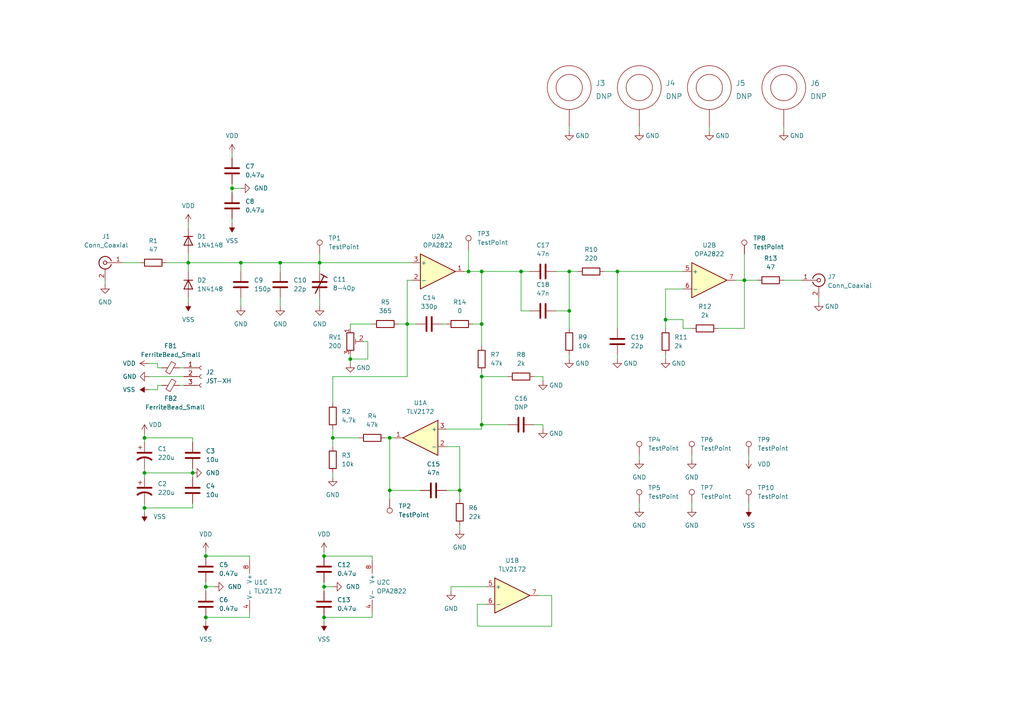
<source format=kicad_sch>
(kicad_sch (version 20211123) (generator eeschema)
  (paper "A4")
  (lib_symbols
    (symbol "Amplifier_Operational:OPA1602" (pin_names (offset 0.127))
      (property "Reference" "U" (at 0 5.08 0))
      (property "Value" "OPA1602" (at 0 -5.08 0))
      (symbol "OPA1602_1_1"
        (polyline (pts (xy -5.08 5.08) (xy 5.08 0) (xy -5.08 -5.08) (xy -5.08 5.08)) (stroke (width 0.254)) (fill (type background)))
        (pin output line (at 7.62 0 180) (length 2.54) (name "~") (number "1"))
        (pin input line (at -7.62 -2.54 0) (length 2.54) (name "-") (number "2"))
        (pin input line (at -7.62 2.54 0) (length 2.54) (name "+") (number "3"))
      )
      (symbol "OPA1602_2_1"
        (polyline (pts (xy -5.08 5.08) (xy 5.08 0) (xy -5.08 -5.08) (xy -5.08 5.08)) (stroke (width 0.254)) (fill (type background)))
        (pin input line (at -7.62 2.54 0) (length 2.54) (name "+") (number "5"))
        (pin input line (at -7.62 -2.54 0) (length 2.54) (name "-") (number "6"))
        (pin output line (at 7.62 0 180) (length 2.54) (name "~") (number "7"))
      )
      (symbol "OPA1602_3_1"
        (pin power_in line (at -2.54 -7.62 90) (length 3.81) (name "V-") (number "4"))
        (pin power_in line (at -2.54 7.62 270) (length 3.81) (name "V+") (number "8"))
      )
    )
    (symbol "Connector:Conn_01x03_Female" (pin_names (offset 1.016) hide)
      (property "Reference" "J" (at 0 5.08 0))
      (property "Value" "Conn_01x03_Female" (at 0 -5.08 0))
      (symbol "Conn_01x03_Female_1_1"
        (arc (start 0 -2.032) (mid -0.508 -2.54) (end 0 -3.048) (stroke (width 0.1524)))
        (polyline (pts (xy -1.27 -2.54) (xy -0.508 -2.54)) (stroke (width 0.1524)))
        (polyline (pts (xy -1.27 0) (xy -0.508 0)) (stroke (width 0.1524)))
        (polyline (pts (xy -1.27 2.54) (xy -0.508 2.54)) (stroke (width 0.1524)))
        (arc (start 0 0.508) (mid -0.508 0) (end 0 -0.508) (stroke (width 0.1524)))
        (arc (start 0 3.048) (mid -0.508 2.54) (end 0 2.032) (stroke (width 0.1524)))
        (pin passive line (at -5.08 2.54 0) (length 3.81) (name "Pin_1") (number "1"))
        (pin passive line (at -5.08 0 0) (length 3.81) (name "Pin_2") (number "2"))
        (pin passive line (at -5.08 -2.54 0) (length 3.81) (name "Pin_3") (number "3"))
      )
    )
    (symbol "Connector:Conn_Coaxial" (pin_names (offset 1.016) hide)
      (property "Reference" "J" (at 0.254 3.048 0))
      (property "Value" "Conn_Coaxial" (at 2.921 0 90))
      (symbol "Conn_Coaxial_0_1"
        (arc (start -1.778 -0.508) (mid 0.2311 -1.8066) (end 1.778 0) (stroke (width 0.254)))
        (polyline (pts (xy -2.54 0) (xy -0.508 0)))
        (polyline (pts (xy 0 -2.54) (xy 0 -1.778)))
        (circle (center 0 0) (radius 0.508) (stroke (width 0.2032)))
        (arc (start 1.778 0) (mid 0.2099 1.8101) (end -1.778 0.508) (stroke (width 0.254)))
      )
      (symbol "Conn_Coaxial_1_1"
        (pin passive line (at -5.08 0 0) (length 2.54) (name "In") (number "1"))
        (pin passive line (at 0 -5.08 90) (length 2.54) (name "Ext") (number "2"))
      )
    )
    (symbol "Connector:TestPoint" (pin_numbers hide) (pin_names (offset 0.762) hide)
      (property "Reference" "TP" (at 0 6.858 0))
      (property "Value" "TestPoint" (at 0 5.08 0))
      (symbol "TestPoint_0_1"
        (circle (center 0 3.302) (radius 0.762))
      )
      (symbol "TestPoint_1_1"
        (pin passive line (at 0 0 90) (length 2.54) (name "1") (number "1"))
      )
    )
    (symbol "Device:C" (pin_numbers hide) (pin_names (offset 0.254))
      (property "Reference" "C" (at 0.635 2.54 0))
      (property "Value" "C" (at 0.635 -2.54 0))
      (symbol "C_0_1"
        (polyline (pts (xy -2.032 -0.762) (xy 2.032 -0.762)) (stroke (width 0.508)))
        (polyline (pts (xy -2.032 0.762) (xy 2.032 0.762)) (stroke (width 0.508)))
      )
      (symbol "C_1_1"
        (pin passive line (at 0 3.81 270) (length 2.794) (name "~") (number "1"))
        (pin passive line (at 0 -3.81 90) (length 2.794) (name "~") (number "2"))
      )
    )
    (symbol "Device:C_Polarized_US" (pin_numbers hide) (pin_names (offset 0.254) hide)
      (property "Reference" "C" (at 0.635 2.54 0))
      (property "Value" "C_Polarized_US" (at 0.635 -2.54 0))
      (symbol "C_Polarized_US_0_1"
        (polyline (pts (xy -2.032 0.762) (xy 2.032 0.762)) (stroke (width 0.508)))
        (polyline (pts (xy -1.778 2.286) (xy -0.762 2.286)))
        (polyline (pts (xy -1.27 1.778) (xy -1.27 2.794)))
        (arc (start 2.032 -1.27) (mid 0 -0.5572) (end -2.032 -1.27) (stroke (width 0.508)))
      )
      (symbol "C_Polarized_US_1_1"
        (pin passive line (at 0 3.81 270) (length 2.794) (name "~") (number "1"))
        (pin passive line (at 0 -3.81 90) (length 3.302) (name "~") (number "2"))
      )
    )
    (symbol "Device:C_Trim" (pin_numbers hide) (pin_names (offset 0.254) hide)
      (property "Reference" "C" (at 1.524 -2.032 0))
      (property "Value" "C_Trim" (at 3.048 -3.556 0))
      (symbol "C_Trim_0_1"
        (polyline (pts (xy -2.032 -0.762) (xy 2.032 -0.762)) (stroke (width 0.508)))
        (polyline (pts (xy -2.032 0.762) (xy 2.032 0.762)) (stroke (width 0.508)))
        (polyline (pts (xy 1.27 2.54) (xy -1.27 -2.54)) (stroke (width 0.3048)))
        (polyline (pts (xy 1.27 2.54) (xy 0.381 3.048)) (stroke (width 0.3048)))
        (polyline (pts (xy 1.27 2.54) (xy 2.159 2.032)) (stroke (width 0.3048)))
      )
      (symbol "C_Trim_1_1"
        (pin passive line (at 0 3.81 270) (length 3.048) (name "~") (number "1"))
        (pin passive line (at 0 -3.81 90) (length 3.048) (name "~") (number "2"))
      )
    )
    (symbol "Device:D" (pin_numbers hide) (pin_names (offset 1.016) hide)
      (property "Reference" "D" (at 0 2.54 0))
      (property "Value" "D" (at 0 -2.54 0))
      (symbol "D_0_1"
        (polyline (pts (xy -1.27 1.27) (xy -1.27 -1.27)) (stroke (width 0.254)))
        (polyline (pts (xy 1.27 0) (xy -1.27 0)))
        (polyline (pts (xy 1.27 1.27) (xy 1.27 -1.27) (xy -1.27 0) (xy 1.27 1.27)) (stroke (width 0.254)))
      )
      (symbol "D_1_1"
        (pin passive line (at -3.81 0 0) (length 2.54) (name "K") (number "1"))
        (pin passive line (at 3.81 0 180) (length 2.54) (name "A") (number "2"))
      )
    )
    (symbol "Device:FerriteBead_Small" (pin_numbers hide) (pin_names (offset 0))
      (property "Reference" "FB" (at 1.905 1.27 0))
      (property "Value" "FerriteBead_Small" (at 1.905 -1.27 0))
      (symbol "FerriteBead_Small_0_1"
        (polyline (pts (xy 0 -1.27) (xy 0 -0.7874)))
        (polyline (pts (xy 0 0.889) (xy 0 1.2954)))
        (polyline (pts (xy -1.8288 0.2794) (xy -1.1176 1.4986) (xy 1.8288 -0.2032) (xy 1.1176 -1.4224) (xy -1.8288 0.2794)))
      )
      (symbol "FerriteBead_Small_1_1"
        (pin passive line (at 0 2.54 270) (length 1.27) (name "~") (number "1"))
        (pin passive line (at 0 -2.54 90) (length 1.27) (name "~") (number "2"))
      )
    )
    (symbol "Device:R" (pin_numbers hide) (pin_names (offset 0))
      (property "Reference" "R" (at 2.032 0 90))
      (property "Value" "R" (at 0 0 90))
      (symbol "R_0_1"
        (rectangle (start -1.016 -2.54) (end 1.016 2.54) (stroke (width 0.254)))
      )
      (symbol "R_1_1"
        (pin passive line (at 0 3.81 270) (length 1.27) (name "~") (number "1"))
        (pin passive line (at 0 -3.81 90) (length 1.27) (name "~") (number "2"))
      )
    )
    (symbol "Device:R_Potentiometer_Trim" (pin_names (offset 1.016) hide)
      (property "Reference" "RV" (at -4.445 0 90))
      (property "Value" "R_Potentiometer_Trim" (at -2.54 0 90))
      (symbol "R_Potentiometer_Trim_0_1"
        (polyline (pts (xy 1.524 0.762) (xy 1.524 -0.762)))
        (polyline (pts (xy 2.54 0) (xy 1.524 0)))
        (rectangle (start 1.016 2.54) (end -1.016 -2.54) (stroke (width 0.254)))
      )
      (symbol "R_Potentiometer_Trim_1_1"
        (pin passive line (at 0 3.81 270) (length 1.27) (name "1") (number "1"))
        (pin passive line (at 3.81 0 180) (length 1.27) (name "2") (number "2"))
        (pin passive line (at 0 -3.81 90) (length 1.27) (name "3") (number "3"))
      )
    )
    (symbol "power:GND" (power) (pin_names (offset 0))
      (property "Value" "GND" (at 0 -3.81 0))
      (symbol "GND_0_1"
        (polyline (pts (xy 0 0) (xy 0 -1.27) (xy 1.27 -1.27) (xy 0 -2.54) (xy -1.27 -1.27) (xy 0 -1.27)))
      )
      (symbol "GND_1_1"
        (pin power_in line (at 0 0 270) (length 0) hide (name "GND") (number "1"))
      )
    )
    (symbol "power:VDD" (power) (pin_names (offset 0))
      (property "Value" "VDD" (at 0 3.81 0))
      (symbol "VDD_0_1"
        (polyline (pts (xy -0.762 1.27) (xy 0 2.54)))
        (polyline (pts (xy 0 0) (xy 0 2.54)))
        (polyline (pts (xy 0 2.54) (xy 0.762 1.27)))
      )
      (symbol "VDD_1_1"
        (pin power_in line (at 0 0 90) (length 0) hide (name "VDD") (number "1"))
      )
    )
    (symbol "power:VSS" (power) (pin_names (offset 0))
      (property "Value" "VSS" (at 0 3.81 0))
      (symbol "VSS_0_1"
        (polyline (pts (xy 0 0) (xy 0 2.54)))
        (polyline (pts (xy 0.762 1.27) (xy -0.762 1.27) (xy 0 2.54) (xy 0.762 1.27)) (fill (type outline)))
      )
      (symbol "VSS_1_1"
        (pin power_in line (at 0 0 90) (length 0) hide (name "VSS") (number "1"))
      )
    )
    (symbol "wbraun_ic_lib:mounting-hole-grounded" (pin_names (offset 1.016))
      (property "Reference" "J" (at 8.89 0 0))
      (property "Value" "mounting-hole-grounded" (at 2.54 8.89 0))
      (symbol "mounting-hole-grounded_0_1"
        (circle (center 0 0) (radius 3.81))
        (circle (center 0 0) (radius 6.35))
      )
      (symbol "mounting-hole-grounded_1_1"
        (pin passive line (at 0 -11.43 90) (length 5.08) (name "~") (number "1"))
      )
    )
  )
  (junction (at 139.7 93.98))
  (junction (at 81.28 76.2))
  (junction (at 92.71 76.2))
  (junction (at 151.13 78.74))
  (junction (at 59.69 170.18))
  (junction (at 101.6 104.14))
  (junction (at 59.69 179.07))
  (junction (at 93.98 179.07))
  (junction (at 133.35 142.24))
  (junction (at 139.7 109.22))
  (junction (at 165.1 78.74))
  (junction (at 113.03 142.24))
  (junction (at 193.04 92.71))
  (junction (at 93.98 170.18))
  (junction (at 179.07 78.74))
  (junction (at 41.91 127))
  (junction (at 135.89 78.74))
  (junction (at 96.52 127))
  (junction (at 67.31 54.61))
  (junction (at 113.03 127))
  (junction (at 93.98 161.29))
  (junction (at 55.88 137.16))
  (junction (at 54.61 76.2))
  (junction (at 165.1 90.17))
  (junction (at 69.85 76.2))
  (junction (at 139.7 78.74))
  (junction (at 41.91 147.32))
  (junction (at 59.69 161.29))
  (junction (at 41.91 137.16))
  (junction (at 139.7 123.19))
  (junction (at 118.11 93.98))
  (junction (at 215.9 81.28))
  (wire (pts (xy 107.95 161.29) (xy 107.95 162.56)))
  (wire (pts (xy 96.52 137.16) (xy 96.52 138.43)))
  (wire (pts (xy 52.07 111.76) (xy 53.34 111.76)))
  (wire (pts (xy 139.7 109.22) (xy 139.7 123.19)))
  (wire (pts (xy 54.61 76.2) (xy 69.85 76.2)))
  (wire (pts (xy 96.52 127) (xy 104.14 127)))
  (wire (pts (xy 154.94 109.22) (xy 157.48 109.22)))
  (wire (pts (xy 165.1 90.17) (xy 165.1 95.25)))
  (wire (pts (xy 55.88 147.32) (xy 55.88 146.05)))
  (wire (pts (xy 72.39 161.29) (xy 72.39 162.56)))
  (wire (pts (xy 111.76 127) (xy 113.03 127)))
  (wire (pts (xy 215.9 73.66) (xy 215.9 81.28)))
  (wire (pts (xy 193.04 92.71) (xy 198.12 92.71)))
  (wire (pts (xy 54.61 76.2) (xy 54.61 78.74)))
  (wire (pts (xy 93.98 160.02) (xy 93.98 161.29)))
  (wire (pts (xy 96.52 109.22) (xy 118.11 109.22)))
  (wire (pts (xy 96.52 127) (xy 96.52 129.54)))
  (wire (pts (xy 93.98 170.18) (xy 96.52 170.18)))
  (wire (pts (xy 55.88 127) (xy 55.88 128.27)))
  (wire (pts (xy 35.56 76.2) (xy 40.64 76.2)))
  (wire (pts (xy 92.71 76.2) (xy 92.71 78.74)))
  (wire (pts (xy 41.91 127) (xy 55.88 127)))
  (wire (pts (xy 179.07 102.87) (xy 179.07 104.14)))
  (wire (pts (xy 81.28 76.2) (xy 81.28 78.74)))
  (wire (pts (xy 67.31 53.34) (xy 67.31 54.61)))
  (wire (pts (xy 69.85 76.2) (xy 81.28 76.2)))
  (wire (pts (xy 101.6 95.25) (xy 101.6 93.98)))
  (wire (pts (xy 200.66 146.05) (xy 200.66 147.32)))
  (wire (pts (xy 138.43 175.26) (xy 140.97 175.26)))
  (wire (pts (xy 55.88 137.16) (xy 55.88 138.43)))
  (wire (pts (xy 185.42 132.08) (xy 185.42 133.35)))
  (wire (pts (xy 185.42 36.83) (xy 185.42 38.1)))
  (wire (pts (xy 139.7 93.98) (xy 139.7 100.33)))
  (wire (pts (xy 119.38 81.28) (xy 118.11 81.28)))
  (wire (pts (xy 133.35 129.54) (xy 133.35 142.24)))
  (wire (pts (xy 41.91 147.32) (xy 41.91 148.59)))
  (wire (pts (xy 93.98 179.07) (xy 93.98 180.34)))
  (wire (pts (xy 198.12 92.71) (xy 198.12 95.25)))
  (wire (pts (xy 139.7 109.22) (xy 147.32 109.22)))
  (wire (pts (xy 165.1 36.83) (xy 165.1 38.1)))
  (wire (pts (xy 41.91 137.16) (xy 55.88 137.16)))
  (wire (pts (xy 179.07 78.74) (xy 179.07 95.25)))
  (wire (pts (xy 43.18 109.22) (xy 53.34 109.22)))
  (wire (pts (xy 59.69 168.91) (xy 59.69 170.18)))
  (wire (pts (xy 160.02 172.72) (xy 160.02 181.61)))
  (wire (pts (xy 106.68 99.06) (xy 106.68 104.14)))
  (wire (pts (xy 185.42 146.05) (xy 185.42 147.32)))
  (wire (pts (xy 67.31 54.61) (xy 69.85 54.61)))
  (wire (pts (xy 128.27 93.98) (xy 129.54 93.98)))
  (wire (pts (xy 45.72 106.68) (xy 46.99 106.68)))
  (wire (pts (xy 139.7 123.19) (xy 139.7 124.46)))
  (wire (pts (xy 129.54 129.54) (xy 133.35 129.54)))
  (wire (pts (xy 41.91 125.73) (xy 41.91 127)))
  (wire (pts (xy 41.91 147.32) (xy 55.88 147.32)))
  (wire (pts (xy 92.71 86.36) (xy 92.71 88.9)))
  (wire (pts (xy 54.61 64.77) (xy 54.61 66.04)))
  (wire (pts (xy 193.04 92.71) (xy 193.04 95.25)))
  (wire (pts (xy 198.12 95.25) (xy 200.66 95.25)))
  (wire (pts (xy 59.69 170.18) (xy 62.23 170.18)))
  (wire (pts (xy 151.13 78.74) (xy 151.13 90.17)))
  (wire (pts (xy 43.18 113.03) (xy 45.72 113.03)))
  (wire (pts (xy 45.72 111.76) (xy 46.99 111.76)))
  (wire (pts (xy 59.69 179.07) (xy 72.39 179.07)))
  (wire (pts (xy 30.48 81.28) (xy 30.48 82.55)))
  (wire (pts (xy 54.61 86.36) (xy 54.61 87.63)))
  (wire (pts (xy 113.03 142.24) (xy 113.03 144.78)))
  (wire (pts (xy 67.31 44.45) (xy 67.31 45.72)))
  (wire (pts (xy 156.21 172.72) (xy 160.02 172.72)))
  (wire (pts (xy 59.69 160.02) (xy 59.69 161.29)))
  (wire (pts (xy 179.07 78.74) (xy 198.12 78.74)))
  (wire (pts (xy 101.6 104.14) (xy 106.68 104.14)))
  (wire (pts (xy 227.33 81.28) (xy 232.41 81.28)))
  (wire (pts (xy 130.81 170.18) (xy 140.97 170.18)))
  (wire (pts (xy 237.49 86.36) (xy 237.49 87.63)))
  (wire (pts (xy 227.33 36.83) (xy 227.33 38.1)))
  (wire (pts (xy 200.66 132.08) (xy 200.66 133.35)))
  (wire (pts (xy 93.98 170.18) (xy 93.98 171.45)))
  (wire (pts (xy 96.52 124.46) (xy 96.52 127)))
  (wire (pts (xy 55.88 137.16) (xy 55.88 135.89)))
  (wire (pts (xy 165.1 102.87) (xy 165.1 104.14)))
  (wire (pts (xy 193.04 83.82) (xy 193.04 92.71)))
  (wire (pts (xy 101.6 93.98) (xy 107.95 93.98)))
  (wire (pts (xy 54.61 73.66) (xy 54.61 76.2)))
  (wire (pts (xy 215.9 95.25) (xy 215.9 81.28)))
  (wire (pts (xy 130.81 171.45) (xy 130.81 170.18)))
  (wire (pts (xy 113.03 127) (xy 113.03 142.24)))
  (wire (pts (xy 133.35 142.24) (xy 133.35 144.78)))
  (wire (pts (xy 59.69 161.29) (xy 72.39 161.29)))
  (wire (pts (xy 118.11 81.28) (xy 118.11 93.98)))
  (wire (pts (xy 67.31 63.5) (xy 67.31 64.77)))
  (wire (pts (xy 93.98 168.91) (xy 93.98 170.18)))
  (wire (pts (xy 133.35 152.4) (xy 133.35 153.67)))
  (wire (pts (xy 67.31 54.61) (xy 67.31 55.88)))
  (wire (pts (xy 93.98 179.07) (xy 107.95 179.07)))
  (wire (pts (xy 139.7 107.95) (xy 139.7 109.22)))
  (wire (pts (xy 105.41 99.06) (xy 106.68 99.06)))
  (wire (pts (xy 217.17 132.08) (xy 217.17 133.35)))
  (wire (pts (xy 107.95 179.07) (xy 107.95 177.8)))
  (wire (pts (xy 165.1 90.17) (xy 165.1 78.74)))
  (wire (pts (xy 198.12 83.82) (xy 193.04 83.82)))
  (wire (pts (xy 215.9 81.28) (xy 219.71 81.28)))
  (wire (pts (xy 45.72 113.03) (xy 45.72 111.76)))
  (wire (pts (xy 81.28 86.36) (xy 81.28 88.9)))
  (wire (pts (xy 59.69 179.07) (xy 59.69 180.34)))
  (wire (pts (xy 135.89 78.74) (xy 134.62 78.74)))
  (wire (pts (xy 151.13 90.17) (xy 153.67 90.17)))
  (wire (pts (xy 59.69 170.18) (xy 59.69 171.45)))
  (wire (pts (xy 92.71 73.66) (xy 92.71 76.2)))
  (wire (pts (xy 113.03 127) (xy 114.3 127)))
  (wire (pts (xy 45.72 105.41) (xy 45.72 106.68)))
  (wire (pts (xy 41.91 135.89) (xy 41.91 137.16)))
  (wire (pts (xy 165.1 78.74) (xy 167.64 78.74)))
  (wire (pts (xy 139.7 123.19) (xy 147.32 123.19)))
  (wire (pts (xy 101.6 102.87) (xy 101.6 104.14)))
  (wire (pts (xy 43.18 105.41) (xy 45.72 105.41)))
  (wire (pts (xy 69.85 76.2) (xy 69.85 78.74)))
  (wire (pts (xy 41.91 127) (xy 41.91 128.27)))
  (wire (pts (xy 161.29 90.17) (xy 165.1 90.17)))
  (wire (pts (xy 139.7 78.74) (xy 151.13 78.74)))
  (wire (pts (xy 52.07 106.68) (xy 53.34 106.68)))
  (wire (pts (xy 41.91 146.05) (xy 41.91 147.32)))
  (wire (pts (xy 205.74 36.83) (xy 205.74 38.1)))
  (wire (pts (xy 157.48 123.19) (xy 157.48 124.46)))
  (wire (pts (xy 175.26 78.74) (xy 179.07 78.74)))
  (wire (pts (xy 101.6 104.14) (xy 101.6 105.41)))
  (wire (pts (xy 129.54 142.24) (xy 133.35 142.24)))
  (wire (pts (xy 92.71 76.2) (xy 119.38 76.2)))
  (wire (pts (xy 208.28 95.25) (xy 215.9 95.25)))
  (wire (pts (xy 81.28 76.2) (xy 92.71 76.2)))
  (wire (pts (xy 193.04 102.87) (xy 193.04 104.14)))
  (wire (pts (xy 151.13 78.74) (xy 153.67 78.74)))
  (wire (pts (xy 129.54 124.46) (xy 139.7 124.46)))
  (wire (pts (xy 139.7 78.74) (xy 139.7 93.98)))
  (wire (pts (xy 135.89 78.74) (xy 139.7 78.74)))
  (wire (pts (xy 96.52 109.22) (xy 96.52 116.84)))
  (wire (pts (xy 135.89 72.39) (xy 135.89 78.74)))
  (wire (pts (xy 48.26 76.2) (xy 54.61 76.2)))
  (wire (pts (xy 160.02 181.61) (xy 138.43 181.61)))
  (wire (pts (xy 139.7 93.98) (xy 137.16 93.98)))
  (wire (pts (xy 113.03 142.24) (xy 121.92 142.24)))
  (wire (pts (xy 154.94 123.19) (xy 157.48 123.19)))
  (wire (pts (xy 118.11 93.98) (xy 115.57 93.98)))
  (wire (pts (xy 118.11 93.98) (xy 120.65 93.98)))
  (wire (pts (xy 215.9 81.28) (xy 213.36 81.28)))
  (wire (pts (xy 72.39 179.07) (xy 72.39 177.8)))
  (wire (pts (xy 118.11 93.98) (xy 118.11 109.22)))
  (wire (pts (xy 41.91 137.16) (xy 41.91 138.43)))
  (wire (pts (xy 161.29 78.74) (xy 165.1 78.74)))
  (wire (pts (xy 69.85 86.36) (xy 69.85 88.9)))
  (wire (pts (xy 93.98 161.29) (xy 107.95 161.29)))
  (wire (pts (xy 157.48 109.22) (xy 157.48 110.49)))
  (wire (pts (xy 138.43 181.61) (xy 138.43 175.26)))
  (wire (pts (xy 217.17 146.05) (xy 217.17 147.32)))
  (symbol (lib_id "power:VDD") (at 43.18 105.41 90) (unit 1)
    (property "Reference" "#PWR0105" (effects hide))
    (property "Value" "VDD" (at 35.56 105.41 90) (effects (justify right)))
  )
  (symbol (lib_id "Device:C") (at 125.73 142.24 90) (unit 1)
    (property "Reference" "C15" (at 125.73 134.62 90))
    (property "Value" "47n" (at 125.73 137.16 90))
    (property "Footprint" "Capacitor_SMD:C_0805_2012Metric" (effects hide))
    (property "MPN" "C3216C0G1H473J115AA" (effects hide))
  )
  (symbol (lib_id "Device:C") (at 69.85 82.55 0) (unit 1)
    (property "Reference" "C9" (at 73.66 81.2799 0) (effects (justify left)))
    (property "Value" "150p" (at 73.66 83.8199 0) (effects (justify left)))
    (property "Footprint" "Capacitor_SMD:C_0603_1608Metric" (effects hide))
  )
  (symbol (lib_id "power:GND") (at 185.42 38.1 0) (unit 1)
    (property "Reference" "#PWR0137" (effects hide))
    (property "Value" "GND" (at 189.23 39.37 0))
  )
  (symbol (lib_id "Device:C") (at 55.88 132.08 0) (unit 1)
    (property "Reference" "C3" (at 59.69 130.8099 0) (effects (justify left)))
    (property "Value" "10u" (at 59.69 133.3499 0) (effects (justify left)))
    (property "Footprint" "Capacitor_SMD:C_1206_3216Metric" (effects hide))
  )
  (symbol (lib_id "Amplifier_Operational:OPA1602") (at 110.49 170.18 0) (unit 3)
    (property "Reference" "U2" (at 109.22 168.9099 0) (effects (justify left)))
    (property "Value" "OPA2822" (at 109.22 171.4499 0) (effects (justify left)))
    (property "Footprint" "Package_SO:SOIC-8_3.9x4.9mm_P1.27mm" (effects hide))
    (property "Datasheet" "http://www.ti.com/lit/ds/symlink/opa1604.pdf" (effects hide))
  )
  (symbol (lib_id "power:GND") (at 69.85 88.9 0) (unit 1)
    (property "Reference" "#PWR0114" (effects hide))
    (property "Value" "GND" (at 69.85 93.98 0))
  )
  (symbol (lib_id "Device:C_Polarized_US") (at 41.91 132.08 0) (unit 1)
    (property "Reference" "C1" (at 45.72 130.1749 0) (effects (justify left)))
    (property "Value" "220u" (at 45.72 132.7149 0) (effects (justify left)))
    (property "Footprint" "Capacitor_THT:CP_Radial_D8.0mm_P3.50mm" (effects hide))
    (property "MPN" "227KXM025M" (effects hide))
  )
  (symbol (lib_id "power:GND") (at 227.33 38.1 0) (unit 1)
    (property "Reference" "#PWR0135" (effects hide))
    (property "Value" "GND" (at 231.14 39.37 0))
  )
  (symbol (lib_id "Device:C") (at 93.98 165.1 0) (unit 1)
    (property "Reference" "C12" (at 97.79 163.8299 0) (effects (justify left)))
    (property "Value" "0.47u" (at 97.79 166.3699 0) (effects (justify left)))
    (property "Footprint" "Capacitor_SMD:C_0603_1608Metric" (effects hide))
  )
  (symbol (lib_id "power:VDD") (at 59.69 160.02 0) (unit 1)
    (property "Reference" "#PWR0110" (effects hide))
    (property "Value" "VDD" (at 59.69 154.94 0))
  )
  (symbol (lib_id "power:VSS") (at 59.69 180.34 180) (unit 1)
    (property "Reference" "#PWR0111" (effects hide))
    (property "Value" "VSS" (at 59.69 185.42 0))
  )
  (symbol (lib_id "Connector:TestPoint") (at 200.66 146.05 0) (unit 1)
    (property "Reference" "TP7" (at 203.2 141.4779 0) (effects (justify left)))
    (property "Value" "TestPoint" (at 203.2 144.0179 0) (effects (justify left)))
    (property "Footprint" "wbraun_smd:THM_COMPACT" (effects hide))
  )
  (symbol (lib_id "Device:R") (at 193.04 99.06 0) (unit 1)
    (property "Reference" "R11" (at 195.58 97.7899 0) (effects (justify left)))
    (property "Value" "2k" (at 195.58 100.3299 0) (effects (justify left)))
    (property "Footprint" "Resistor_SMD:R_0603_1608Metric" (effects hide))
  )
  (symbol (lib_id "Device:R") (at 133.35 148.59 0) (unit 1)
    (property "Reference" "R6" (at 135.89 147.3199 0) (effects (justify left)))
    (property "Value" "22k" (at 135.89 149.8599 0) (effects (justify left)))
    (property "Footprint" "Resistor_SMD:R_0603_1608Metric" (effects hide))
  )
  (symbol (lib_id "Device:C_Polarized_US") (at 41.91 142.24 0) (unit 1)
    (property "Reference" "C2" (at 45.72 140.3349 0) (effects (justify left)))
    (property "Value" "220u" (at 45.72 142.8749 0) (effects (justify left)))
    (property "Footprint" "Capacitor_THT:CP_Radial_D8.0mm_P3.50mm" (effects hide))
    (property "MPN" "227KXM025M" (effects hide))
  )
  (symbol (lib_id "Device:C") (at 151.13 123.19 90) (unit 1)
    (property "Reference" "C16" (at 151.13 115.57 90))
    (property "Value" "DNP" (at 151.13 118.11 90))
    (property "Footprint" "Capacitor_SMD:C_0603_1608Metric" (effects hide))
  )
  (symbol (lib_id "wbraun_ic_lib:mounting-hole-grounded") (at 227.33 25.4 0) (unit 1)
    (property "Reference" "J6" (at 234.95 24.13 0) (effects (font (size 1.524 1.524)) (justify left)))
    (property "Value" "DNP" (at 234.95 27.94 0) (effects (font (size 1.524 1.524)) (justify left)))
    (property "Footprint" "wbraun_smd:M3-tight-fit-socket-head" (effects hide))
  )
  (symbol (lib_id "Device:R") (at 139.7 104.14 180) (unit 1)
    (property "Reference" "R7" (at 142.24 102.8699 0) (effects (justify right)))
    (property "Value" "47k" (at 142.24 105.4099 0) (effects (justify right)))
    (property "Footprint" "Resistor_SMD:R_0603_1608Metric" (effects hide))
  )
  (symbol (lib_id "power:VSS") (at 54.61 87.63 180) (unit 1)
    (property "Reference" "#PWR0115" (effects hide))
    (property "Value" "VSS" (at 54.61 92.71 0))
  )
  (symbol (lib_id "Device:R") (at 133.35 93.98 270) (unit 1)
    (property "Reference" "R14" (at 133.35 87.63 90))
    (property "Value" "0" (at 133.35 90.17 90))
    (property "Footprint" "Resistor_SMD:R_0603_1608Metric" (effects hide))
  )
  (symbol (lib_id "power:VDD") (at 41.91 125.73 0) (unit 1)
    (property "Reference" "#PWR0103" (effects hide))
    (property "Value" "VDD" (at 46.99 123.19 0) (effects (justify right)))
  )
  (symbol (lib_id "Connector:TestPoint") (at 185.42 146.05 0) (unit 1)
    (property "Reference" "TP5" (at 187.96 141.4779 0) (effects (justify left)))
    (property "Value" "TestPoint" (at 187.96 144.0179 0) (effects (justify left)))
    (property "Footprint" "wbraun_smd:THM_COMPACT" (effects hide))
  )
  (symbol (lib_id "power:GND") (at 62.23 170.18 90) (unit 1)
    (property "Reference" "#PWR0107" (effects hide))
    (property "Value" "GND" (at 66.04 170.1799 90) (effects (justify right)))
  )
  (symbol (lib_id "power:GND") (at 165.1 38.1 0) (unit 1)
    (property "Reference" "#PWR0138" (effects hide))
    (property "Value" "GND" (at 168.91 39.37 0))
  )
  (symbol (lib_id "wbraun_ic_lib:mounting-hole-grounded") (at 165.1 25.4 0) (unit 1)
    (property "Reference" "J3" (at 172.72 24.13 0) (effects (font (size 1.524 1.524)) (justify left)))
    (property "Value" "DNP" (at 172.72 27.94 0) (effects (font (size 1.524 1.524)) (justify left)))
    (property "Footprint" "wbraun_smd:M3-tight-fit-socket-head" (effects hide))
  )
  (symbol (lib_id "Device:C") (at 157.48 78.74 90) (unit 1)
    (property "Reference" "C17" (at 157.48 71.12 90))
    (property "Value" "47n" (at 157.48 73.66 90))
    (property "Footprint" "Capacitor_SMD:C_0805_2012Metric" (effects hide))
    (property "MPN" "C3216C0G1H473J115AA" (effects hide))
  )
  (symbol (lib_id "power:VDD") (at 67.31 44.45 0) (unit 1)
    (property "Reference" "#PWR0119" (effects hide))
    (property "Value" "VDD" (at 67.31 39.37 0))
  )
  (symbol (lib_id "Connector:TestPoint") (at 113.03 144.78 180) (unit 1)
    (property "Reference" "TP2" (at 115.57 146.8119 0) (effects (justify right)))
    (property "Value" "TestPoint" (at 115.57 149.3519 0) (effects (justify right)))
    (property "Footprint" "wbraun_smd:THM_COMPACT" (effects hide))
  )
  (symbol (lib_id "power:GND") (at 30.48 82.55 0) (unit 1)
    (property "Reference" "#PWR0120" (effects hide))
    (property "Value" "GND" (at 30.48 87.63 0))
  )
  (symbol (lib_id "wbraun_ic_lib:mounting-hole-grounded") (at 205.74 25.4 0) (unit 1)
    (property "Reference" "J5" (at 213.36 24.13 0) (effects (font (size 1.524 1.524)) (justify left)))
    (property "Value" "DNP" (at 213.36 27.94 0) (effects (font (size 1.524 1.524)) (justify left)))
    (property "Footprint" "wbraun_smd:M3-tight-fit-socket-head" (effects hide))
  )
  (symbol (lib_id "Device:C") (at 81.28 82.55 0) (unit 1)
    (property "Reference" "C10" (at 85.09 81.2799 0) (effects (justify left)))
    (property "Value" "22p" (at 85.09 83.8199 0) (effects (justify left)))
    (property "Footprint" "Capacitor_SMD:C_0603_1608Metric" (effects hide))
  )
  (symbol (lib_id "power:GND") (at 205.74 38.1 0) (unit 1)
    (property "Reference" "#PWR0136" (effects hide))
    (property "Value" "GND" (at 209.55 39.37 0))
  )
  (symbol (lib_id "Device:C_Trim") (at 92.71 82.55 0) (unit 1)
    (property "Reference" "C11" (at 96.52 81.0259 0) (effects (justify left)))
    (property "Value" "8-40p" (at 96.52 83.5659 0) (effects (justify left)))
    (property "Footprint" "Capacitor_SMD:C_Trimmer_Voltronics_JZ" (effects hide))
  )
  (symbol (lib_id "Connector:Conn_Coaxial") (at 237.49 81.28 0) (unit 1)
    (property "Reference" "J7" (at 240.03 80.3031 0) (effects (justify left)))
    (property "Value" "Conn_Coaxial" (at 240.03 82.8431 0) (effects (justify left)))
    (property "Footprint" "wbraun_smd:SMA-Edge-China" (effects hide))
    (property "Datasheet" " ~" (effects hide))
  )
  (symbol (lib_id "Device:R") (at 96.52 133.35 180) (unit 1)
    (property "Reference" "R3" (at 99.06 132.0799 0) (effects (justify right)))
    (property "Value" "10k" (at 99.06 134.6199 0) (effects (justify right)))
    (property "Footprint" "Resistor_SMD:R_0603_1608Metric" (effects hide))
  )
  (symbol (lib_id "power:GND") (at 96.52 170.18 90) (unit 1)
    (property "Reference" "#PWR0121" (effects hide))
    (property "Value" "GND" (at 100.33 170.1799 90) (effects (justify right)))
  )
  (symbol (lib_id "Amplifier_Operational:OPA1602") (at 205.74 81.28 0) (unit 2)
    (property "Reference" "U2" (at 205.74 71.12 0))
    (property "Value" "OPA2822" (at 205.74 73.66 0))
    (property "Footprint" "Package_SO:SOIC-8_3.9x4.9mm_P1.27mm" (effects hide))
  )
  (symbol (lib_id "Device:C") (at 179.07 99.06 0) (unit 1)
    (property "Reference" "C19" (at 182.88 97.7899 0) (effects (justify left)))
    (property "Value" "22p" (at 182.88 100.3299 0) (effects (justify left)))
    (property "Footprint" "Capacitor_SMD:C_0603_1608Metric" (effects hide))
  )
  (symbol (lib_id "power:VDD") (at 93.98 160.02 0) (unit 1)
    (property "Reference" "#PWR0108" (effects hide))
    (property "Value" "VDD" (at 93.98 154.94 0))
  )
  (symbol (lib_id "Device:R") (at 165.1 99.06 180) (unit 1)
    (property "Reference" "R9" (at 167.64 97.7899 0) (effects (justify right)))
    (property "Value" "10k" (at 167.64 100.3299 0) (effects (justify right)))
    (property "Footprint" "Resistor_SMD:R_0603_1608Metric" (effects hide))
  )
  (symbol (lib_id "power:VSS") (at 43.18 113.03 90) (unit 1)
    (property "Reference" "#PWR0104" (effects hide))
    (property "Value" "VSS" (at 35.56 113.03 90) (effects (justify right)))
  )
  (symbol (lib_id "power:GND") (at 43.18 109.22 270) (unit 1)
    (property "Reference" "#PWR0106" (effects hide))
    (property "Value" "GND" (at 35.56 109.22 90) (effects (justify left)))
  )
  (symbol (lib_id "power:GND") (at 69.85 54.61 90) (unit 1)
    (property "Reference" "#PWR0112" (effects hide))
    (property "Value" "GND" (at 73.66 54.6099 90) (effects (justify right)))
  )
  (symbol (lib_id "Device:C") (at 157.48 90.17 90) (unit 1)
    (property "Reference" "C18" (at 157.48 82.55 90))
    (property "Value" "47n" (at 157.48 85.09 90))
    (property "Footprint" "Capacitor_SMD:C_0805_2012Metric" (effects hide))
    (property "MPN" "C3216C0G1H473J115AA" (effects hide))
  )
  (symbol (lib_id "power:GND") (at 185.42 147.32 0) (unit 1)
    (property "Reference" "#PWR0132" (effects hide))
    (property "Value" "GND" (at 185.42 152.4 0))
  )
  (symbol (lib_id "Device:C") (at 67.31 59.69 0) (unit 1)
    (property "Reference" "C8" (at 71.12 58.4199 0) (effects (justify left)))
    (property "Value" "0.47u" (at 71.12 60.9599 0) (effects (justify left)))
    (property "Footprint" "Capacitor_SMD:C_0603_1608Metric" (effects hide))
  )
  (symbol (lib_id "Device:C") (at 59.69 165.1 0) (unit 1)
    (property "Reference" "C5" (at 63.5 163.8299 0) (effects (justify left)))
    (property "Value" "0.47u" (at 63.5 166.3699 0) (effects (justify left)))
    (property "Footprint" "Capacitor_SMD:C_0603_1608Metric" (effects hide))
  )
  (symbol (lib_id "Amplifier_Operational:OPA1602") (at 148.59 172.72 0) (unit 2)
    (property "Reference" "U1" (at 148.59 162.56 0))
    (property "Value" "TLV2172" (at 148.59 165.1 0))
    (property "Footprint" "Package_SO:SOIC-8_3.9x4.9mm_P1.27mm" (effects hide))
    (property "Datasheet" "http://www.ti.com/lit/ds/symlink/opa1604.pdf" (effects hide))
  )
  (symbol (lib_id "power:VDD") (at 217.17 133.35 180) (unit 1)
    (property "Reference" "#PWR0127" (effects hide))
    (property "Value" "VDD" (at 219.71 134.6199 0) (effects (justify right)))
  )
  (symbol (lib_id "Connector:Conn_01x03_Female") (at 58.42 109.22 0) (unit 1)
    (property "Reference" "J2" (at 59.69 107.9499 0) (effects (justify left)))
    (property "Value" "JST-XH" (at 59.69 110.4899 0) (effects (justify left)))
    (property "Footprint" "Connector_JST:JST_XH_B3B-XH-A_1x03_P2.50mm_Vertical" (effects hide))
  )
  (symbol (lib_id "power:GND") (at 55.88 137.16 90) (unit 1)
    (property "Reference" "#PWR0101" (effects hide))
    (property "Value" "GND" (at 59.69 137.1599 90) (effects (justify right)))
  )
  (symbol (lib_id "Device:R") (at 111.76 93.98 90) (unit 1)
    (property "Reference" "R5" (at 111.76 87.63 90))
    (property "Value" "365" (at 111.76 90.17 90))
    (property "Footprint" "Resistor_SMD:R_0603_1608Metric" (effects hide))
  )
  (symbol (lib_id "power:GND") (at 179.07 104.14 0) (unit 1)
    (property "Reference" "#PWR0128" (effects hide))
    (property "Value" "GND" (at 182.88 105.41 0))
  )
  (symbol (lib_id "power:VDD") (at 54.61 64.77 0) (unit 1)
    (property "Reference" "#PWR0118" (effects hide))
    (property "Value" "VDD" (at 54.61 59.69 0))
  )
  (symbol (lib_id "wbraun_ic_lib:mounting-hole-grounded") (at 185.42 25.4 0) (unit 1)
    (property "Reference" "J4" (at 193.04 24.13 0) (effects (font (size 1.524 1.524)) (justify left)))
    (property "Value" "DNP" (at 193.04 27.94 0) (effects (font (size 1.524 1.524)) (justify left)))
    (property "Footprint" "wbraun_smd:M3-tight-fit-socket-head" (effects hide))
  )
  (symbol (lib_id "Device:R_Potentiometer_Trim") (at 101.6 99.06 0) (unit 1)
    (property "Reference" "RV1" (at 99.06 97.7899 0) (effects (justify right)))
    (property "Value" "200" (at 99.06 100.3299 0) (effects (justify right)))
    (property "Footprint" "wbraun_smd:TRIMMER_PVG3A" (effects hide))
  )
  (symbol (lib_id "Device:D") (at 54.61 82.55 270) (unit 1)
    (property "Reference" "D2" (at 57.15 81.2799 90) (effects (justify left)))
    (property "Value" "1N4148" (at 57.15 83.8199 90) (effects (justify left)))
    (property "Footprint" "Diode_SMD:D_SOD-323F" (effects hide))
    (property "MPN" "1N4148WS RRG" (effects hide))
  )
  (symbol (lib_id "Device:R") (at 151.13 109.22 270) (unit 1)
    (property "Reference" "R8" (at 151.13 102.87 90))
    (property "Value" "2k" (at 151.13 105.41 90))
    (property "Footprint" "Resistor_SMD:R_0603_1608Metric" (effects hide))
  )
  (symbol (lib_id "power:GND") (at 96.52 138.43 0) (unit 1)
    (property "Reference" "#PWR0124" (effects hide))
    (property "Value" "GND" (at 96.52 143.51 0))
  )
  (symbol (lib_id "power:GND") (at 101.6 105.41 0) (unit 1)
    (property "Reference" "#PWR0141" (effects hide))
    (property "Value" "GND" (at 105.41 106.68 0))
  )
  (symbol (lib_id "power:GND") (at 200.66 147.32 0) (unit 1)
    (property "Reference" "#PWR0131" (effects hide))
    (property "Value" "GND" (at 200.66 152.4 0))
  )
  (symbol (lib_id "Device:C") (at 124.46 93.98 90) (unit 1)
    (property "Reference" "C14" (at 124.46 86.36 90))
    (property "Value" "330p" (at 124.46 88.9 90))
    (property "Footprint" "Capacitor_SMD:C_0603_1608Metric" (effects hide))
  )
  (symbol (lib_id "Device:FerriteBead_Small") (at 49.53 106.68 90) (unit 1)
    (property "Reference" "FB1" (at 49.4919 100.33 90))
    (property "Value" "FerriteBead_Small" (at 49.4919 102.87 90))
    (property "Footprint" "Inductor_SMD:L_0805_2012Metric" (effects hide))
  )
  (symbol (lib_id "Device:FerriteBead_Small") (at 49.53 111.76 270) (unit 1)
    (property "Reference" "FB2" (at 49.53 115.57 90))
    (property "Value" "FerriteBead_Small" (at 50.8 118.11 90))
    (property "Footprint" "Inductor_SMD:L_0805_2012Metric" (effects hide))
  )
  (symbol (lib_id "Connector:TestPoint") (at 200.66 132.08 0) (unit 1)
    (property "Reference" "TP6" (at 203.2 127.5079 0) (effects (justify left)))
    (property "Value" "TestPoint" (at 203.2 130.0479 0) (effects (justify left)))
    (property "Footprint" "wbraun_smd:THM_COMPACT" (effects hide))
  )
  (symbol (lib_id "Amplifier_Operational:OPA1602") (at 121.92 127 0) (mirror y) (unit 1)
    (property "Reference" "U1" (at 121.92 116.84 0))
    (property "Value" "TLV2172" (at 121.92 119.38 0))
    (property "Footprint" "Package_SO:SOIC-8_3.9x4.9mm_P1.27mm" (effects hide))
    (property "Datasheet" "http://www.ti.com/lit/ds/symlink/opa1604.pdf" (effects hide))
  )
  (symbol (lib_id "Connector:TestPoint") (at 217.17 146.05 0) (unit 1)
    (property "Reference" "TP10" (at 219.71 141.4779 0) (effects (justify left)))
    (property "Value" "TestPoint" (at 219.71 144.0179 0) (effects (justify left)))
    (property "Footprint" "wbraun_smd:THM_COMPACT" (effects hide))
  )
  (symbol (lib_id "Device:R") (at 107.95 127 90) (unit 1)
    (property "Reference" "R4" (at 107.95 120.65 90))
    (property "Value" "47k" (at 107.95 123.19 90))
    (property "Footprint" "Resistor_SMD:R_0603_1608Metric" (effects hide))
  )
  (symbol (lib_id "Connector:Conn_Coaxial") (at 30.48 76.2 0) (mirror y) (unit 1)
    (property "Reference" "J1" (at 30.7974 68.58 0))
    (property "Value" "Conn_Coaxial" (at 30.7974 71.12 0))
    (property "Footprint" "wbraun_smd:SMA-Edge-China" (effects hide))
    (property "Datasheet" " ~" (effects hide))
  )
  (symbol (lib_id "Connector:TestPoint") (at 135.89 72.39 0) (unit 1)
    (property "Reference" "TP3" (at 138.43 67.8179 0) (effects (justify left)))
    (property "Value" "TestPoint" (at 138.43 70.3579 0) (effects (justify left)))
    (property "Footprint" "wbraun_smd:THM_COMPACT" (effects hide))
  )
  (symbol (lib_id "power:GND") (at 185.42 133.35 0) (unit 1)
    (property "Reference" "#PWR0134" (effects hide))
    (property "Value" "GND" (at 185.42 138.43 0))
  )
  (symbol (lib_id "power:GND") (at 130.81 171.45 0) (unit 1)
    (property "Reference" "#PWR0123" (effects hide))
    (property "Value" "GND" (at 130.81 176.53 0))
  )
  (symbol (lib_id "power:GND") (at 165.1 104.14 0) (unit 1)
    (property "Reference" "#PWR0129" (effects hide))
    (property "Value" "GND" (at 168.91 105.41 0))
  )
  (symbol (lib_id "power:GND") (at 237.49 87.63 0) (unit 1)
    (property "Reference" "#PWR0126" (effects hide))
    (property "Value" "GND" (at 241.3 88.9 0))
  )
  (symbol (lib_id "power:GND") (at 200.66 133.35 0) (unit 1)
    (property "Reference" "#PWR0133" (effects hide))
    (property "Value" "GND" (at 200.66 138.43 0))
  )
  (symbol (lib_id "power:VSS") (at 93.98 180.34 180) (unit 1)
    (property "Reference" "#PWR0109" (effects hide))
    (property "Value" "VSS" (at 93.98 185.42 0))
  )
  (symbol (lib_id "Amplifier_Operational:OPA1602") (at 74.93 170.18 0) (unit 3)
    (property "Reference" "U1" (at 73.66 168.9099 0) (effects (justify left)))
    (property "Value" "TLV2172" (at 73.66 171.4499 0) (effects (justify left)))
    (property "Footprint" "Package_SO:SOIC-8_3.9x4.9mm_P1.27mm" (effects hide))
    (property "Datasheet" "http://www.ti.com/lit/ds/symlink/opa1604.pdf" (effects hide))
  )
  (symbol (lib_id "Connector:TestPoint") (at 215.9 73.66 0) (unit 1)
    (property "Reference" "TP8" (at 218.44 69.0879 0) (effects (justify left)))
    (property "Value" "TestPoint" (at 218.44 71.6279 0) (effects (justify left)))
    (property "Footprint" "wbraun_smd:THM_COMPACT" (effects hide))
  )
  (symbol (lib_id "power:GND") (at 193.04 104.14 0) (unit 1)
    (property "Reference" "#PWR0125" (effects hide))
    (property "Value" "GND" (at 196.85 105.41 0))
  )
  (symbol (lib_id "power:GND") (at 133.35 153.67 0) (unit 1)
    (property "Reference" "#PWR0122" (effects hide))
    (property "Value" "GND" (at 133.35 158.75 0))
  )
  (symbol (lib_id "Connector:TestPoint") (at 185.42 132.08 0) (unit 1)
    (property "Reference" "TP4" (at 187.96 127.5079 0) (effects (justify left)))
    (property "Value" "TestPoint" (at 187.96 130.0479 0) (effects (justify left)))
    (property "Footprint" "wbraun_smd:THM_COMPACT" (effects hide))
  )
  (symbol (lib_id "Device:R") (at 171.45 78.74 270) (unit 1)
    (property "Reference" "R10" (at 171.45 72.39 90))
    (property "Value" "220" (at 171.45 74.93 90))
    (property "Footprint" "Resistor_SMD:R_0603_1608Metric" (effects hide))
  )
  (symbol (lib_id "power:VSS") (at 67.31 64.77 180) (unit 1)
    (property "Reference" "#PWR0113" (effects hide))
    (property "Value" "VSS" (at 67.31 69.85 0))
  )
  (symbol (lib_id "Amplifier_Operational:OPA1602") (at 127 78.74 0) (unit 1)
    (property "Reference" "U2" (at 127 68.58 0))
    (property "Value" "OPA2822" (at 127 71.12 0))
    (property "Footprint" "Package_SO:SOIC-8_3.9x4.9mm_P1.27mm" (effects hide))
    (property "Datasheet" "http://www.ti.com/lit/ds/symlink/opa1604.pdf" (effects hide))
  )
  (symbol (lib_id "power:GND") (at 81.28 88.9 0) (unit 1)
    (property "Reference" "#PWR0117" (effects hide))
    (property "Value" "GND" (at 81.28 93.98 0))
  )
  (symbol (lib_id "Device:R") (at 204.47 95.25 270) (unit 1)
    (property "Reference" "R12" (at 204.47 88.9 90))
    (property "Value" "2k" (at 204.47 91.44 90))
    (property "Footprint" "Resistor_SMD:R_0603_1608Metric" (effects hide))
  )
  (symbol (lib_id "power:GND") (at 92.71 88.9 0) (unit 1)
    (property "Reference" "#PWR0116" (effects hide))
    (property "Value" "GND" (at 92.71 93.98 0))
  )
  (symbol (lib_id "power:GND") (at 157.48 124.46 0) (unit 1)
    (property "Reference" "#PWR0140" (effects hide))
    (property "Value" "GND" (at 161.29 125.73 0))
  )
  (symbol (lib_id "Device:C") (at 67.31 49.53 0) (unit 1)
    (property "Reference" "C7" (at 71.12 48.2599 0) (effects (justify left)))
    (property "Value" "0.47u" (at 71.12 50.7999 0) (effects (justify left)))
    (property "Footprint" "Capacitor_SMD:C_0603_1608Metric" (effects hide))
  )
  (symbol (lib_id "Device:C") (at 55.88 142.24 0) (unit 1)
    (property "Reference" "C4" (at 59.69 140.9699 0) (effects (justify left)))
    (property "Value" "10u" (at 59.69 143.5099 0) (effects (justify left)))
    (property "Footprint" "Capacitor_SMD:C_1206_3216Metric" (effects hide))
  )
  (symbol (lib_id "power:GND") (at 157.48 110.49 0) (unit 1)
    (property "Reference" "#PWR0139" (effects hide))
    (property "Value" "GND" (at 161.29 111.76 0))
  )
  (symbol (lib_id "Device:R") (at 223.52 81.28 270) (unit 1)
    (property "Reference" "R13" (at 223.52 74.93 90))
    (property "Value" "47" (at 223.52 77.47 90))
    (property "Footprint" "Resistor_SMD:R_1206_3216Metric" (effects hide))
  )
  (symbol (lib_id "power:VSS") (at 217.17 147.32 180) (unit 1)
    (property "Reference" "#PWR0130" (effects hide))
    (property "Value" "VSS" (at 217.17 152.4 0))
  )
  (symbol (lib_id "Device:R") (at 44.45 76.2 90) (unit 1)
    (property "Reference" "R1" (at 44.45 69.85 90))
    (property "Value" "47" (at 44.45 72.39 90))
    (property "Footprint" "Resistor_SMD:R_1206_3216Metric" (effects hide))
  )
  (symbol (lib_id "Device:C") (at 59.69 175.26 0) (unit 1)
    (property "Reference" "C6" (at 63.5 173.9899 0) (effects (justify left)))
    (property "Value" "0.47u" (at 63.5 176.5299 0) (effects (justify left)))
    (property "Footprint" "Capacitor_SMD:C_0603_1608Metric" (effects hide))
  )
  (symbol (lib_id "Device:D") (at 54.61 69.85 270) (unit 1)
    (property "Reference" "D1" (at 57.15 68.5799 90) (effects (justify left)))
    (property "Value" "1N4148" (at 57.15 71.1199 90) (effects (justify left)))
    (property "Footprint" "Diode_SMD:D_SOD-323F" (effects hide))
    (property "MPN" "1N4148WS RRG" (effects hide))
  )
  (symbol (lib_id "Connector:TestPoint") (at 217.17 132.08 0) (unit 1)
    (property "Reference" "TP9" (at 219.71 127.5079 0) (effects (justify left)))
    (property "Value" "TestPoint" (at 219.71 130.0479 0) (effects (justify left)))
    (property "Footprint" "wbraun_smd:THM_COMPACT" (effects hide))
  )
  (symbol (lib_id "Device:R") (at 96.52 120.65 0) (unit 1)
    (property "Reference" "R2" (at 99.06 119.3799 0) (effects (justify left)))
    (property "Value" "4.7k" (at 99.06 121.9199 0) (effects (justify left)))
    (property "Footprint" "Resistor_SMD:R_0603_1608Metric" (effects hide))
  )
  (symbol (lib_id "power:VSS") (at 41.91 148.59 180) (unit 1)
    (property "Reference" "#PWR0102" (effects hide))
    (property "Value" "VSS" (at 44.45 149.86 0) (effects (justify right)))
  )
  (symbol (lib_id "Connector:TestPoint") (at 92.71 73.66 0) (unit 1)
    (property "Reference" "TP1" (at 95.25 69.0879 0) (effects (justify left)))
    (property "Value" "TestPoint" (at 95.25 71.6279 0) (effects (justify left)))
    (property "Footprint" "wbraun_smd:THM_COMPACT" (effects hide))
  )
  (symbol (lib_id "Device:C") (at 93.98 175.26 0) (unit 1)
    (property "Reference" "C13" (at 97.79 173.9899 0) (effects (justify left)))
    (property "Value" "0.47u" (at 97.79 176.5299 0) (effects (justify left)))
    (property "Footprint" "Capacitor_SMD:C_0603_1608Metric" (effects hide))
  )
)
</source>
